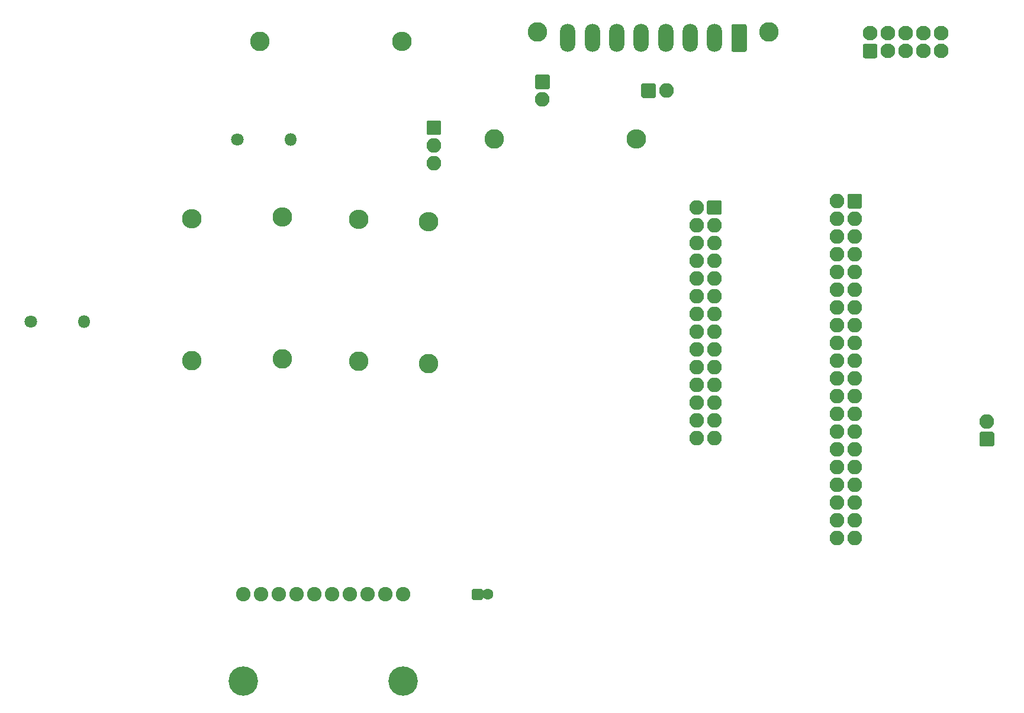
<source format=gbr>
%TF.GenerationSoftware,KiCad,Pcbnew,(5.1.9-0-10_14)*%
%TF.CreationDate,2021-03-10T15:44:04+00:00*%
%TF.ProjectId,base8x,62617365-3878-42e6-9b69-6361645f7063,rev?*%
%TF.SameCoordinates,Original*%
%TF.FileFunction,Soldermask,Bot*%
%TF.FilePolarity,Negative*%
%FSLAX46Y46*%
G04 Gerber Fmt 4.6, Leading zero omitted, Abs format (unit mm)*
G04 Created by KiCad (PCBNEW (5.1.9-0-10_14)) date 2021-03-10 15:44:04*
%MOMM*%
%LPD*%
G01*
G04 APERTURE LIST*
%ADD10C,4.210000*%
%ADD11C,2.065000*%
%ADD12O,2.100000X2.100000*%
%ADD13O,1.800000X1.800000*%
%ADD14C,1.800000*%
%ADD15O,2.800000X2.800000*%
%ADD16C,2.800000*%
%ADD17C,2.100000*%
%ADD18O,2.200000X4.000000*%
%ADD19C,1.600000*%
G04 APERTURE END LIST*
D10*
%TO.C,IC1*%
X-305308000Y-122428000D03*
X-282448000Y-122428000D03*
D11*
X-305308000Y-109982000D03*
X-302768000Y-109982000D03*
X-300228000Y-109982000D03*
X-297688000Y-109982000D03*
X-295148000Y-109982000D03*
X-292608000Y-109982000D03*
X-290068000Y-109982000D03*
X-287528000Y-109982000D03*
X-284988000Y-109982000D03*
X-282448000Y-109982000D03*
%TD*%
D12*
%TO.C,Raspberry_header1*%
X-220360000Y-101930000D03*
X-217820000Y-101930000D03*
X-220360000Y-99390000D03*
X-217820000Y-99390000D03*
X-220360000Y-96850000D03*
X-217820000Y-96850000D03*
X-220360000Y-94310000D03*
X-217820000Y-94310000D03*
X-220360000Y-91770000D03*
X-217820000Y-91770000D03*
X-220360000Y-89230000D03*
X-217820000Y-89230000D03*
X-220360000Y-86690000D03*
X-217820000Y-86690000D03*
X-220360000Y-84150000D03*
X-217820000Y-84150000D03*
X-220360000Y-81610000D03*
X-217820000Y-81610000D03*
X-220360000Y-79070000D03*
X-217820000Y-79070000D03*
X-220360000Y-76530000D03*
X-217820000Y-76530000D03*
X-220360000Y-73990000D03*
X-217820000Y-73990000D03*
X-220360000Y-71450000D03*
X-217820000Y-71450000D03*
X-220360000Y-68910000D03*
X-217820000Y-68910000D03*
X-220360000Y-66370000D03*
X-217820000Y-66370000D03*
X-220360000Y-63830000D03*
X-217820000Y-63830000D03*
X-220360000Y-61290000D03*
X-217820000Y-61290000D03*
X-220360000Y-58750000D03*
X-217820000Y-58750000D03*
X-220360000Y-56210000D03*
X-217820000Y-56210000D03*
X-220360000Y-53670000D03*
G36*
G01*
X-218870000Y-54520000D02*
X-218870000Y-52820000D01*
G75*
G02*
X-218670000Y-52620000I200000J0D01*
G01*
X-216970000Y-52620000D01*
G75*
G02*
X-216770000Y-52820000I0J-200000D01*
G01*
X-216770000Y-54520000D01*
G75*
G02*
X-216970000Y-54720000I-200000J0D01*
G01*
X-218670000Y-54720000D01*
G75*
G02*
X-218870000Y-54520000I0J200000D01*
G01*
G37*
%TD*%
D13*
%TO.C,D2*%
X-328071640Y-70898520D03*
D14*
X-335691640Y-70898520D03*
%TD*%
D13*
%TO.C,D1*%
X-298550000Y-44800000D03*
D14*
X-306170000Y-44800000D03*
%TD*%
D15*
%TO.C,Resistor1*%
X-282550000Y-30810000D03*
D16*
X-302870000Y-30810000D03*
%TD*%
D15*
%TO.C,R5*%
X-249021600Y-44780200D03*
D16*
X-269341600Y-44780200D03*
%TD*%
D15*
%TO.C,R4*%
X-299690000Y-55970000D03*
D16*
X-299690000Y-76290000D03*
%TD*%
D15*
%TO.C,R3*%
X-278810000Y-56580000D03*
D16*
X-278810000Y-76900000D03*
%TD*%
D15*
%TO.C,R2*%
X-312650000Y-56200000D03*
D16*
X-312650000Y-76520000D03*
%TD*%
D15*
%TO.C,R1*%
X-288790000Y-56280000D03*
D16*
X-288790000Y-76600000D03*
%TD*%
%TO.C,J1*%
G36*
G01*
X-214879423Y-33206400D02*
X-216361777Y-33206400D01*
G75*
G02*
X-216670600Y-32897577I0J308823D01*
G01*
X-216670600Y-31415223D01*
G75*
G02*
X-216361777Y-31106400I308823J0D01*
G01*
X-214879423Y-31106400D01*
G75*
G02*
X-214570600Y-31415223I0J-308823D01*
G01*
X-214570600Y-32897577D01*
G75*
G02*
X-214879423Y-33206400I-308823J0D01*
G01*
G37*
D17*
X-213080600Y-32156400D03*
X-210540600Y-32156400D03*
X-208000600Y-32156400D03*
X-205460600Y-32156400D03*
X-215620600Y-29616400D03*
X-213080600Y-29616400D03*
X-210540600Y-29616400D03*
X-208000600Y-29616400D03*
X-205460600Y-29616400D03*
%TD*%
%TO.C,J3*%
G36*
G01*
X-238960000Y-55420000D02*
X-238960000Y-53720000D01*
G75*
G02*
X-238760000Y-53520000I200000J0D01*
G01*
X-237060000Y-53520000D01*
G75*
G02*
X-236860000Y-53720000I0J-200000D01*
G01*
X-236860000Y-55420000D01*
G75*
G02*
X-237060000Y-55620000I-200000J0D01*
G01*
X-238760000Y-55620000D01*
G75*
G02*
X-238960000Y-55420000I0J200000D01*
G01*
G37*
D12*
X-240450000Y-54570000D03*
X-237910000Y-57110000D03*
X-240450000Y-57110000D03*
X-237910000Y-59650000D03*
X-240450000Y-59650000D03*
X-237910000Y-62190000D03*
X-240450000Y-62190000D03*
X-237910000Y-64730000D03*
X-240450000Y-64730000D03*
X-237910000Y-67270000D03*
X-240450000Y-67270000D03*
X-237910000Y-69810000D03*
X-240450000Y-69810000D03*
X-237910000Y-72350000D03*
X-240450000Y-72350000D03*
X-237910000Y-74890000D03*
X-240450000Y-74890000D03*
X-237910000Y-77430000D03*
X-240450000Y-77430000D03*
X-237910000Y-79970000D03*
X-240450000Y-79970000D03*
X-237910000Y-82510000D03*
X-240450000Y-82510000D03*
X-237910000Y-85050000D03*
X-240450000Y-85050000D03*
X-237910000Y-87590000D03*
X-240450000Y-87590000D03*
%TD*%
%TO.C,J9*%
G36*
G01*
X-233265800Y-28607755D02*
X-233265800Y-31996645D01*
G75*
G02*
X-233571355Y-32302200I-305555J0D01*
G01*
X-235160245Y-32302200D01*
G75*
G02*
X-235465800Y-31996645I0J305555D01*
G01*
X-235465800Y-28607755D01*
G75*
G02*
X-235160245Y-28302200I305555J0D01*
G01*
X-233571355Y-28302200D01*
G75*
G02*
X-233265800Y-28607755I0J-305555D01*
G01*
G37*
D18*
X-237865800Y-30302200D03*
X-241365800Y-30302200D03*
X-244865800Y-30302200D03*
X-248365800Y-30302200D03*
X-251865800Y-30302200D03*
X-255365800Y-30302200D03*
X-258865800Y-30302200D03*
D16*
X-230065800Y-29402200D03*
X-263165800Y-29402200D03*
%TD*%
D12*
%TO.C,P3*%
X-262500000Y-39120000D03*
G36*
G01*
X-263550000Y-37430000D02*
X-263550000Y-35730000D01*
G75*
G02*
X-263350000Y-35530000I200000J0D01*
G01*
X-261650000Y-35530000D01*
G75*
G02*
X-261450000Y-35730000I0J-200000D01*
G01*
X-261450000Y-37430000D01*
G75*
G02*
X-261650000Y-37630000I-200000J0D01*
G01*
X-263350000Y-37630000D01*
G75*
G02*
X-263550000Y-37430000I0J200000D01*
G01*
G37*
%TD*%
%TO.C,P4*%
G36*
G01*
X-246450000Y-38890000D02*
X-248150000Y-38890000D01*
G75*
G02*
X-248350000Y-38690000I0J200000D01*
G01*
X-248350000Y-36990000D01*
G75*
G02*
X-248150000Y-36790000I200000J0D01*
G01*
X-246450000Y-36790000D01*
G75*
G02*
X-246250000Y-36990000I0J-200000D01*
G01*
X-246250000Y-38690000D01*
G75*
G02*
X-246450000Y-38890000I-200000J0D01*
G01*
G37*
X-244760000Y-37840000D03*
%TD*%
%TO.C,Temp_sensor1*%
G36*
G01*
X-279070000Y-44000000D02*
X-279070000Y-42300000D01*
G75*
G02*
X-278870000Y-42100000I200000J0D01*
G01*
X-277170000Y-42100000D01*
G75*
G02*
X-276970000Y-42300000I0J-200000D01*
G01*
X-276970000Y-44000000D01*
G75*
G02*
X-277170000Y-44200000I-200000J0D01*
G01*
X-278870000Y-44200000D01*
G75*
G02*
X-279070000Y-44000000I0J200000D01*
G01*
G37*
X-278020000Y-45690000D03*
X-278020000Y-48230000D03*
%TD*%
%TO.C,C1*%
G36*
G01*
X-272580000Y-110582000D02*
X-272580000Y-109382000D01*
G75*
G02*
X-272380000Y-109182000I200000J0D01*
G01*
X-271180000Y-109182000D01*
G75*
G02*
X-270980000Y-109382000I0J-200000D01*
G01*
X-270980000Y-110582000D01*
G75*
G02*
X-271180000Y-110782000I-200000J0D01*
G01*
X-272380000Y-110782000D01*
G75*
G02*
X-272580000Y-110582000I0J200000D01*
G01*
G37*
D19*
X-270280000Y-109982000D03*
%TD*%
%TO.C,J5*%
G36*
G01*
X-197880000Y-86900000D02*
X-197880000Y-88600000D01*
G75*
G02*
X-198080000Y-88800000I-200000J0D01*
G01*
X-199780000Y-88800000D01*
G75*
G02*
X-199980000Y-88600000I0J200000D01*
G01*
X-199980000Y-86900000D01*
G75*
G02*
X-199780000Y-86700000I200000J0D01*
G01*
X-198080000Y-86700000D01*
G75*
G02*
X-197880000Y-86900000I0J-200000D01*
G01*
G37*
D12*
X-198930000Y-85210000D03*
%TD*%
M02*

</source>
